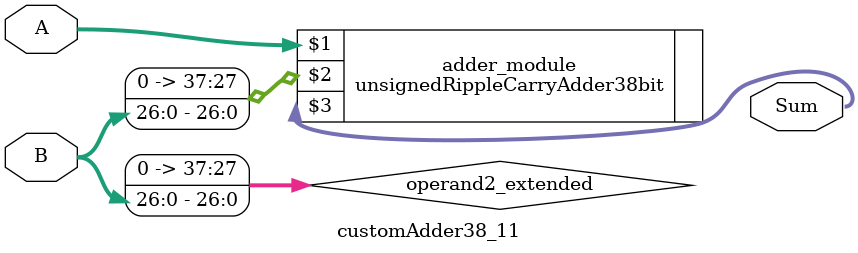
<source format=v>
module customAdder38_11(
                        input [37 : 0] A,
                        input [26 : 0] B,
                        
                        output [38 : 0] Sum
                );

        wire [37 : 0] operand2_extended;
        
        assign operand2_extended =  {11'b0, B};
        
        unsignedRippleCarryAdder38bit adder_module(
            A,
            operand2_extended,
            Sum
        );
        
        endmodule
        
</source>
